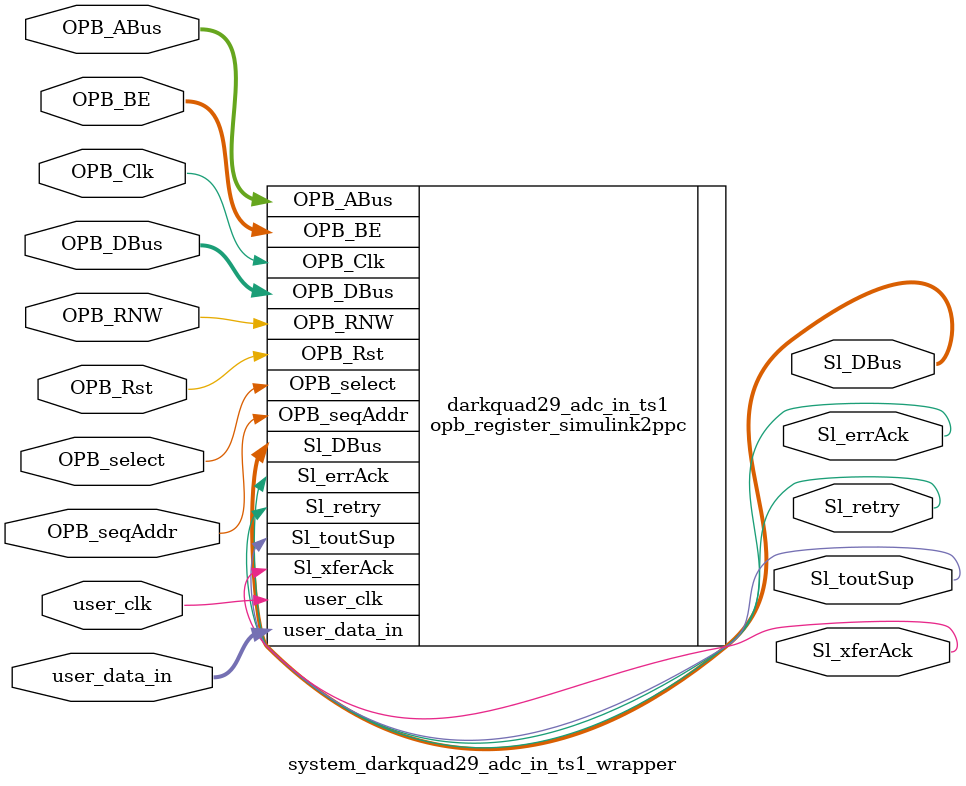
<source format=v>

module system_darkquad29_adc_in_ts1_wrapper
  (
    OPB_Clk,
    OPB_Rst,
    Sl_DBus,
    Sl_errAck,
    Sl_retry,
    Sl_toutSup,
    Sl_xferAck,
    OPB_ABus,
    OPB_BE,
    OPB_DBus,
    OPB_RNW,
    OPB_select,
    OPB_seqAddr,
    user_data_in,
    user_clk
  );
  input OPB_Clk;
  input OPB_Rst;
  output [0:31] Sl_DBus;
  output Sl_errAck;
  output Sl_retry;
  output Sl_toutSup;
  output Sl_xferAck;
  input [0:31] OPB_ABus;
  input [0:3] OPB_BE;
  input [0:31] OPB_DBus;
  input OPB_RNW;
  input OPB_select;
  input OPB_seqAddr;
  input [31:0] user_data_in;
  input user_clk;

  opb_register_simulink2ppc
    #(
      .C_BASEADDR ( 32'h0108B400 ),
      .C_HIGHADDR ( 32'h0108B4FF ),
      .C_OPB_AWIDTH ( 32 ),
      .C_OPB_DWIDTH ( 32 ),
      .C_FAMILY ( "virtex6" )
    )
    darkquad29_adc_in_ts1 (
      .OPB_Clk ( OPB_Clk ),
      .OPB_Rst ( OPB_Rst ),
      .Sl_DBus ( Sl_DBus ),
      .Sl_errAck ( Sl_errAck ),
      .Sl_retry ( Sl_retry ),
      .Sl_toutSup ( Sl_toutSup ),
      .Sl_xferAck ( Sl_xferAck ),
      .OPB_ABus ( OPB_ABus ),
      .OPB_BE ( OPB_BE ),
      .OPB_DBus ( OPB_DBus ),
      .OPB_RNW ( OPB_RNW ),
      .OPB_select ( OPB_select ),
      .OPB_seqAddr ( OPB_seqAddr ),
      .user_data_in ( user_data_in ),
      .user_clk ( user_clk )
    );

endmodule


</source>
